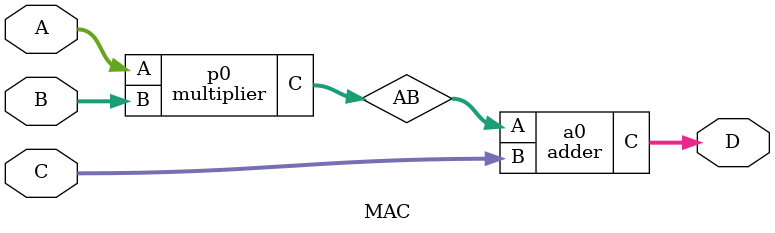
<source format=v>
`timescale 1ns / 1ps


module matrixmultiplier(
    input clk,
    input [7:0] A00, A01, A02, B00, B01, B02, A10, A11, A12, B10, B11, B12, A20, A21, A22, B20, B21, B22,  
    inout [7:0] C00, C01, C02, C10, C11, C12, C20, C21, C22
    );
    
    wire [7:0] C00_next, C01_next, C02_next, C10_next, C11_next, C12_next, C20_next, C21_next, C22_next;
    wire [7:0] AC00_in, AC01_in, AC02_in, AC10_in, AC11_in, AC12_in, AC20_in, AC21_in, AC22_in;
    wire [7:0] BC00_in, BC01_in, BC02_in, BC10_in, BC11_in, BC12_in, BC20_in, BC21_in, BC22_in;
    reg [7:0] AC00, AC01, AC02, AC10, AC11, AC12, AC20, AC21, AC22;
    reg [7:0] BC00, BC01, BC02, BC10, BC11, BC12, BC20, BC21, BC22;
    reg [7:0] C00_out, C01_out, C02_out, C10_out, C11_out, C12_out, C20_out, C21_out, C22_out;
    reg [3:0] cycle_count;
    
    assign {AC00_in,AC01_in,AC02_in,AC10_in,AC11_in,AC12_in,AC20_in,AC21_in,AC22_in} = {AC00,AC01,AC02,AC10,AC11,AC12,AC20,AC21,AC22};
    assign {BC00_in,BC01_in,BC02_in,BC10_in,BC11_in,BC12_in,BC20_in,BC21_in,BC22_in} = {BC00,BC01,BC02,BC10,BC11,BC12,BC20,BC21,BC22};
    assign {C00,C01,C02,C10,C11,C12,C20,C21,C22} = {C00_out,C01_out,C02_out,C10_out,C11_out,C12_out,C20_out,C21_out,C22_out};
    
    MAC m0 (AC00_in,BC00_in,C00,C00_next);
    MAC m1 (AC01_in,BC01_in,C01,C01_next);
    MAC m2 (AC02_in,BC02_in,C02,C02_next);
    MAC m3 (AC10_in,BC10_in,C10,C10_next);
    MAC m4 (AC11_in,BC11_in,C11,C11_next);
    MAC m5 (AC12_in,BC12_in,C12,C12_next);
    MAC m6 (AC20_in,BC20_in,C20,C20_next);
    MAC m7 (AC21_in,BC21_in,C21,C21_next);
    MAC m8 (AC22_in,BC22_in,C22,C22_next);                            
    
    initial begin
        {C00_out,C01_out,C02_out,C10_out,C11_out,C12_out,C20_out,C21_out,C22_out} = 72'h000000000000000000;
        cycle_count = 0;
    end
    
    always@(*) begin
        case(cycle_count)
            4'b0000 : begin 
                    AC00 = 0; BC00 = 0;
                    AC01 = 0; BC01 = 0;
                    AC02 = 0; BC02 = 0;
                    AC10 = 0; BC10 = 0;
                    AC11 = 0; BC11 = 0;
                    AC12 = 0; BC12 = 0;
                    AC20 = 0; BC20 = 0;
                    AC21 = 0; BC21 = 0;
                    AC22 = 0; BC22 = 0;
                 end
            4'b0001 : begin 
                        AC00 = A00; BC00 = B00;
                        AC01 = 0; BC01 = 0;
                        AC02 = 0; BC02 = 0;
                        AC10 = 0; BC10 = 0;
                        AC11 = 0; BC11 = 0;
                        AC12 = 0; BC12 = 0;
                        AC20 = 0; BC20 = 0;
                        AC21 = 0; BC21 = 0;
                        AC22 = 0; BC22 = 0;
                      end
            4'b0010 : begin 
                        AC00 = A01; BC00 = B10;
                        AC01 = A00; BC01 = B01;
                        AC02 = 0; BC02 = 0;
                        AC10 = A10; BC10 = B00;
                        AC11 = 0; BC11 = 0;
                        AC12 = 0; BC12 = 0;
                        AC20 = 0; BC20 = 0;
                        AC21 = 0; BC21 = 0;
                        AC22 = 0; BC22 = 0;
                      end
            4'b0011 : begin 
                        AC00 = A02; BC00 = B20;
                        AC01 = A01; BC01 = B11;
                        AC02 = A00; BC02 = B02;
                        AC10 = A11; BC10 = B10;
                        AC11 = A10; BC11 = B01;
                        AC12 = 0; BC12 = 0;
                        AC20 = A20; BC20 = B00;
                        AC21 = 0; BC21 = 0;
                        AC22 = 0; BC22 = 0;
                      end
            4'b0100 : begin 
                        AC00 = 0; BC00 = 0;
                        AC01 = A02; BC01 = B21;
                        AC02 = A01; BC02 = B12;
                        AC10 = A12; BC10 = B20;
                        AC11 = A11; BC11 = B11;
                        AC12 = A10; BC12 = B02;
                        AC20 = A21; BC20 = B10;
                        AC21 = A20; BC21 = B01;
                        AC22 = 0; BC22 = 0;
                     end
            4'b0101 : begin 
                        AC00 = 0; BC00 = 0;
                        AC01 = 0; BC01 = 0;
                        AC02 = A02; BC02 = B22;
                        AC10 = 0; BC10 = 0;
                        AC11 = A12; BC11 = B21;
                        AC12 = A11; BC12 = B12;
                        AC20 = A22; BC20 = B20;
                        AC21 = A21; BC21 = B11;
                        AC22 = A20; BC22 = B02;
                     end
            4'b0110 : begin 
                        AC00 = 0; BC00 = 0;
                        AC01 = 0; BC01 = 0;
                        AC02 = 0; BC02 = 0;
                        AC10 = 0; BC10 = 0;
                        AC11 = 0; BC11 = 0;
                        AC12 = A12; BC12 = B22;
                        AC20 = 0; BC20 = 0;
                        AC21 = A22; BC21 = B21;
                        AC22 = A21; BC22 = B12;
                     end
            4'b0111 : begin 
                        AC00 = 0; BC00 = 0;
                        AC01 = 0; BC01 = 0;
                        AC02 = 0; BC02 = 0;
                        AC10 = 0; BC10 = 0;
                        AC11 = 0; BC11 = 0;
                        AC12 = 0; BC12 = 0;
                        AC20 = 0; BC20 = 0;
                        AC21 = 0; BC21 = 0;
                        AC22 = A22; BC22 = B22;
                     end
            4'b1000 : begin 
                        AC00 = 0; BC00 = 0;
                        AC01 = 0; BC01 = 0;
                        AC02 = 0; BC02 = 0;
                        AC10 = 0; BC10 = 0;
                        AC11 = 0; BC11 = 0;
                        AC12 = 0; BC12 = 0;
                        AC20 = 0; BC20 = 0;
                        AC21 = 0; BC21 = 0;
                        AC22 = 0; BC22 = 0;
                     end
        endcase
    end
    
    always@(posedge clk) begin
        if(cycle_count < 8) cycle_count = cycle_count + 1;
        {C00_out,C01_out,C02_out,C10_out,C11_out,C12_out,C20_out,C21_out,C22_out} = {C00_next,C01_next,C02_next,C10_next,C11_next,C12_next,C20_next,C21_next,C22_next};
    end
    
endmodule


//adds 2 8 bit floating point numbers
module adder(
    input [7:0] A, B,
    output reg [7:0] C
    );

    reg [12:0] shfsum;
    reg [4:0] Afrac, Bfrac;
    wire [2:0] Ashf, Bshf;
    
    assign Ashf = A[6:4];
    assign Bshf = B[6:4];
    
    always@(*) begin
        if(A[6:4] == 3'b000) Afrac = {1'b0,A[3:0]};
            else Afrac = {1'b1,A[3:0]};
        if(B[6:4] == 3'b000) Bfrac = {1'b0,B[3:0]};
                else Bfrac = {1'b1,B[3:0]};   
             
        if(Ashf > Bshf) begin
            case({A[7],B[7]})
                2'b00: begin shfsum = (Afrac << Ashf) + (Bfrac << Bshf); C[7] = 0; end
                2'b01: begin shfsum = (Afrac << Ashf) - (Bfrac << Bshf); C[7] = 0; end 
                2'b10: begin shfsum = (Afrac << Ashf) - (Bfrac << Bshf); C[7] = 1; end
                2'b11: begin shfsum = (Afrac << Ashf) + (Bfrac << Bshf); C[7] = 1; end 
            endcase      
        end else if(Ashf < Bshf) begin
            case({A[7],B[7]})
                2'b00: begin shfsum = (Bfrac << Bshf) + (Afrac << Ashf); C[7] = 0; end
                2'b01: begin shfsum = (Bfrac << Bshf) - (Afrac << Ashf); C[7] = 1; end 
                2'b10: begin shfsum = (Bfrac << Bshf) - (Afrac << Ashf); C[7] = 0; end
                2'b11: begin shfsum = (Bfrac << Bshf) + (Afrac << Ashf); C[7] = 1; end 
            endcase
        end else begin
            case({A[7],B[7]})
                2'b00: begin shfsum = (Bfrac << Bshf) + (Afrac << Ashf); C[7] = 0; end
                2'b01: begin if(Afrac > Bfrac) begin shfsum = (Afrac << Ashf) - (Bfrac << Bshf); C[7] = 0; end 
                                else begin shfsum = (Bfrac << Bshf) - (Afrac << Ashf); C[7] = 1; end end 
                2'b10: begin if(Afrac > Bfrac) begin shfsum = (Afrac << Ashf) - (Bfrac << Bshf) ; C[7] = 1; end 
                                else begin shfsum = (Bfrac << Bshf) - (Afrac << Ashf); C[7] = 0; end end
                2'b11: begin shfsum = (Bfrac << Bshf) + (Afrac << Ashf); C[7] = 1; end 
            endcase            
        end
        
        if(shfsum[11]) begin C[6:4] = 7; C[3:0] = shfsum[10:7]; end
            else if(shfsum[10]) begin C[6:4] = 6; C[3:0] = shfsum[9:6]; end
                else if(shfsum[9]) begin C[6:4] = 5; C[3:0] = shfsum[8:5]; end
                    else if(shfsum[8]) begin C[6:4] = 4; C[3:0] = shfsum[7:4]; end
                        else if(shfsum[7]) begin C[6:4] = 3; C[3:0] = shfsum[6:3]; end
                            else if(shfsum[6]) begin C[6:4] = 2; C[3:0] = shfsum[5:2]; end
                                else if(shfsum[5]) begin C[6:4] = 1; C[3:0] = shfsum[4:1]; end
                                    else begin C[6:4] = 0; C[3:0] = shfsum[3:0]; end                                          
    end
    
endmodule


//multiplies 2 8 bit floating point numbers
module multiplier(
    input [7:0] A, B,
    output reg [7:0] C
    );
    
    wire [23:0] shfprod;
    wire [3:0] shf;
    reg [4:0] Afrac, Bfrac;
    
    assign shf = A[6:4] + B[6:4];
    
    assign shfprod = ((Afrac * Bfrac) << shf);
    
    always@(*) begin
        if(A[6:4] == 3'b000) Afrac = {1'b0,A[3:0]};
            else Afrac = {1'b1,A[3:0]};
        if(B[6:4] == 3'b000) Bfrac = {1'b0,B[3:0]};
                else Bfrac = {1'b1,B[3:0]};
                
        if(shfprod[18]) begin C[6:4] = 7; C[3:0] = shfprod[17:14]; end
            else if(shfprod[17]) begin C[6:4] = 6; C[3:0] = shfprod[16:13]; end
                else if(shfprod[16]) begin C[6:4] = 5; C[3:0] = shfprod[15:12]; end
                    else if(shfprod[15]) begin C[6:4] = 4; C[3:0] = shfprod[14:11]; end
                        else if(shfprod[14]) begin C[6:4] = 3; C[3:0] = shfprod[13:10]; end
                            else if(shfprod[13]) begin C[6:4] = 2; C[3:0] = shfprod[12:9]; end
                                else if(shfprod[12]) begin C[6:4] = 1; C[3:0] = shfprod[11:8]; end
                                    else begin C[6:4] = 0; C[3:0] = shfprod[10:7]; end
    C[7] = A[7] ^ B[7];
    end
    
endmodule

//D= A*B + C
module MAC(
    input [7:0] A, B, C, 
    output [7:0] D
    );
    
    wire [7:0] AB;
    
    multiplier p0 (A,B,AB);
    
    adder a0 (AB,C,D);
    
endmodule
</source>
